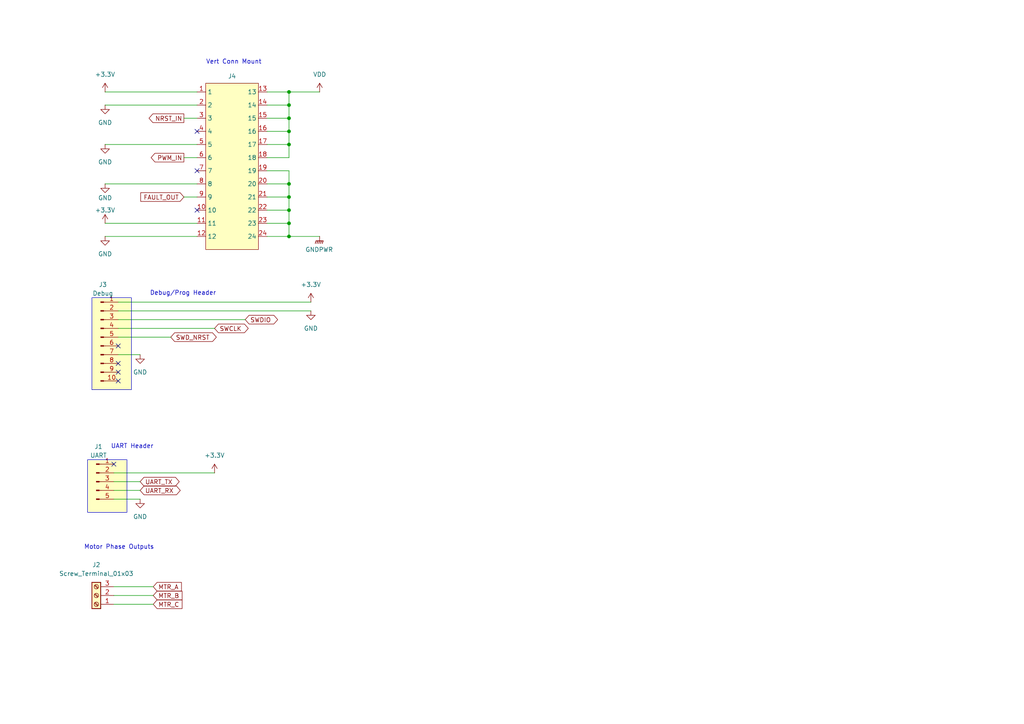
<source format=kicad_sch>
(kicad_sch (version 20250114) (generator "eeschema") (generator_version "9.0")
  (paper "A4")
  (lib_symbols
    (symbol "Connector:Conn_01x05_Pin" (pin_names (offset 1.016) (hide yes))
      (property "Reference" "J" (at 0 7.62 0))
      (property "Value" "Conn_01x05_Pin" (at 0 -7.62 0))
      (symbol "Conn_01x05_Pin_1_1"
        (rectangle (start 0.8636 5.207) (end 0 4.953) (stroke (width 0.1524)) (fill (type outline)))
        (rectangle (start 0.8636 2.667) (end 0 2.413) (stroke (width 0.1524)) (fill (type outline)))
        (rectangle (start 0.8636 0.127) (end 0 -0.127) (stroke (width 0.1524)) (fill (type outline)))
        (rectangle (start 0.8636 -2.413) (end 0 -2.667) (stroke (width 0.1524)) (fill (type outline)))
        (rectangle (start 0.8636 -4.953) (end 0 -5.207) (stroke (width 0.1524)) (fill (type outline)))
        (polyline (pts (xy 1.27 5.08) (xy 0.8636 5.08)) (stroke (width 0.1524)))
        (polyline (pts (xy 1.27 2.54) (xy 0.8636 2.54)) (stroke (width 0.1524)))
        (polyline (pts (xy 1.27 0) (xy 0.8636 0)) (stroke (width 0.1524)))
        (polyline (pts (xy 1.27 -2.54) (xy 0.8636 -2.54)) (stroke (width 0.1524)))
        (polyline (pts (xy 1.27 -5.08) (xy 0.8636 -5.08)) (stroke (width 0.1524)))
        (pin passive line (at 5.08 5.08 180) (length 3.81) (name "Pin_1") (number "1"))
        (pin passive line (at 5.08 2.54 180) (length 3.81) (name "Pin_2") (number "2"))
        (pin passive line (at 5.08 0 180) (length 3.81) (name "Pin_3") (number "3"))
        (pin passive line (at 5.08 -2.54 180) (length 3.81) (name "Pin_4") (number "4"))
        (pin passive line (at 5.08 -5.08 180) (length 3.81) (name "Pin_5") (number "5"))
      )
    )
    (symbol "Connector:Conn_01x10_Pin" (pin_names (offset 1.016) (hide yes))
      (property "Reference" "J" (at 0 12.7 0))
      (property "Value" "Conn_01x10_Pin" (at 0 -15.24 0))
      (symbol "Conn_01x10_Pin_1_1"
        (rectangle (start 0.8636 10.287) (end 0 10.033) (stroke (width 0.1524)) (fill (type outline)))
        (rectangle (start 0.8636 7.747) (end 0 7.493) (stroke (width 0.1524)) (fill (type outline)))
        (rectangle (start 0.8636 5.207) (end 0 4.953) (stroke (width 0.1524)) (fill (type outline)))
        (rectangle (start 0.8636 2.667) (end 0 2.413) (stroke (width 0.1524)) (fill (type outline)))
        (rectangle (start 0.8636 0.127) (end 0 -0.127) (stroke (width 0.1524)) (fill (type outline)))
        (rectangle (start 0.8636 -2.413) (end 0 -2.667) (stroke (width 0.1524)) (fill (type outline)))
        (rectangle (start 0.8636 -4.953) (end 0 -5.207) (stroke (width 0.1524)) (fill (type outline)))
        (rectangle (start 0.8636 -7.493) (end 0 -7.747) (stroke (width 0.1524)) (fill (type outline)))
        (rectangle (start 0.8636 -10.033) (end 0 -10.287) (stroke (width 0.1524)) (fill (type outline)))
        (rectangle (start 0.8636 -12.573) (end 0 -12.827) (stroke (width 0.1524)) (fill (type outline)))
        (polyline (pts (xy 1.27 10.16) (xy 0.8636 10.16)) (stroke (width 0.1524)))
        (polyline (pts (xy 1.27 7.62) (xy 0.8636 7.62)) (stroke (width 0.1524)))
        (polyline (pts (xy 1.27 5.08) (xy 0.8636 5.08)) (stroke (width 0.1524)))
        (polyline (pts (xy 1.27 2.54) (xy 0.8636 2.54)) (stroke (width 0.1524)))
        (polyline (pts (xy 1.27 0) (xy 0.8636 0)) (stroke (width 0.1524)))
        (polyline (pts (xy 1.27 -2.54) (xy 0.8636 -2.54)) (stroke (width 0.1524)))
        (polyline (pts (xy 1.27 -5.08) (xy 0.8636 -5.08)) (stroke (width 0.1524)))
        (polyline (pts (xy 1.27 -7.62) (xy 0.8636 -7.62)) (stroke (width 0.1524)))
        (polyline (pts (xy 1.27 -10.16) (xy 0.8636 -10.16)) (stroke (width 0.1524)))
        (polyline (pts (xy 1.27 -12.7) (xy 0.8636 -12.7)) (stroke (width 0.1524)))
        (pin passive line (at 5.08 10.16 180) (length 3.81) (name "Pin_1") (number "1"))
        (pin passive line (at 5.08 7.62 180) (length 3.81) (name "Pin_2") (number "2"))
        (pin passive line (at 5.08 5.08 180) (length 3.81) (name "Pin_3") (number "3"))
        (pin passive line (at 5.08 2.54 180) (length 3.81) (name "Pin_4") (number "4"))
        (pin passive line (at 5.08 0 180) (length 3.81) (name "Pin_5") (number "5"))
        (pin passive line (at 5.08 -2.54 180) (length 3.81) (name "Pin_6") (number "6"))
        (pin passive line (at 5.08 -5.08 180) (length 3.81) (name "Pin_7") (number "7"))
        (pin passive line (at 5.08 -7.62 180) (length 3.81) (name "Pin_8") (number "8"))
        (pin passive line (at 5.08 -10.16 180) (length 3.81) (name "Pin_9") (number "9"))
        (pin passive line (at 5.08 -12.7 180) (length 3.81) (name "Pin_10") (number "10"))
      )
    )
    (symbol "Connector:Screw_Terminal_01x03" (pin_names (offset 1.016) (hide yes))
      (property "Reference" "J" (at 0 5.08 0))
      (property "Value" "Screw_Terminal_01x03" (at 0 -5.08 0))
      (symbol "Screw_Terminal_01x03_1_1"
        (rectangle (start -1.27 3.81) (end 1.27 -3.81) (stroke (width 0.254)) (fill (type background)))
        (polyline (pts (xy -0.5334 2.8702) (xy 0.3302 2.032)) (stroke (width 0.1524)))
        (polyline (pts (xy -0.5334 0.3302) (xy 0.3302 -0.508)) (stroke (width 0.1524)))
        (polyline (pts (xy -0.5334 -2.2098) (xy 0.3302 -3.048)) (stroke (width 0.1524)))
        (polyline (pts (xy -0.3556 3.048) (xy 0.508 2.2098)) (stroke (width 0.1524)))
        (polyline (pts (xy -0.3556 0.508) (xy 0.508 -0.3302)) (stroke (width 0.1524)))
        (polyline (pts (xy -0.3556 -2.032) (xy 0.508 -2.8702)) (stroke (width 0.1524)))
        (circle (center 0 2.54) (radius 0.635) (stroke (width 0.1524)))
        (circle (center 0 0) (radius 0.635) (stroke (width 0.1524)))
        (circle (center 0 -2.54) (radius 0.635) (stroke (width 0.1524)))
        (pin passive line (at -5.08 2.54 0) (length 3.81) (name "Pin_1") (number "1"))
        (pin passive line (at -5.08 0 0) (length 3.81) (name "Pin_2") (number "2"))
        (pin passive line (at -5.08 -2.54 0) (length 3.81) (name "Pin_3") (number "3"))
      )
    )
    (symbol "Global:BrushlessESC"
      (property "Reference" "J" (at 0 0 0))
      (symbol "BrushlessESC_0_1"
        (rectangle (start -7.62 2.54) (end 7.62 -45.72) (fill (type color) (color 255 255 194 1)))
      )
      (symbol "BrushlessESC_1_1"
        (pin passive line (at -10.16 0 0) (length 2.54) (name "1") (number "1"))
        (pin passive line (at -10.16 -3.81 0) (length 2.54) (name "2") (number "2"))
        (pin passive line (at -10.16 -7.62 0) (length 2.54) (name "3") (number "3"))
        (pin passive line (at -10.16 -11.43 0) (length 2.54) (name "4") (number "4"))
        (pin passive line (at -10.16 -15.24 0) (length 2.54) (name "5") (number "5"))
        (pin passive line (at -10.16 -19.05 0) (length 2.54) (name "6") (number "6"))
        (pin passive line (at -10.16 -22.86 0) (length 2.54) (name "7") (number "7"))
        (pin passive line (at -10.16 -26.67 0) (length 2.54) (name "8") (number "8"))
        (pin passive line (at -10.16 -30.48 0) (length 2.54) (name "9") (number "9"))
        (pin passive line (at -10.16 -34.29 0) (length 2.54) (name "10") (number "10"))
        (pin passive line (at -10.16 -38.1 0) (length 2.54) (name "11") (number "11"))
        (pin passive line (at -10.16 -41.91 0) (length 2.54) (name "12") (number "12"))
        (pin passive line (at 10.16 0 180) (length 2.54) (name "13") (number "13"))
        (pin passive line (at 10.16 -3.81 180) (length 2.54) (name "14") (number "14"))
        (pin passive line (at 10.16 -7.62 180) (length 2.54) (name "15") (number "15"))
        (pin passive line (at 10.16 -11.43 180) (length 2.54) (name "16") (number "16"))
        (pin passive line (at 10.16 -15.24 180) (length 2.54) (name "17") (number "17"))
        (pin passive line (at 10.16 -19.05 180) (length 2.54) (name "18") (number "18"))
        (pin passive line (at 10.16 -22.86 180) (length 2.54) (name "19") (number "19"))
        (pin passive line (at 10.16 -26.67 180) (length 2.54) (name "20") (number "20"))
        (pin passive line (at 10.16 -30.48 180) (length 2.54) (name "21") (number "21"))
        (pin passive line (at 10.16 -34.29 180) (length 2.54) (name "22") (number "22"))
        (pin passive line (at 10.16 -38.1 180) (length 2.54) (name "23") (number "23"))
        (pin passive line (at 10.16 -41.91 180) (length 2.54) (name "24") (number "24"))
      )
    )
    (symbol "power:+3.3V" (power) (pin_numbers (hide yes)) (pin_names (offset 0) (hide yes))
      (property "Value" "+3.3V" (at 0 3.556 0))
      (symbol "+3.3V_0_1"
        (polyline (pts (xy -0.762 1.27) (xy 0 2.54)))
        (polyline (pts (xy 0 2.54) (xy 0.762 1.27)))
        (polyline (pts (xy 0 0) (xy 0 2.54)))
      )
      (symbol "+3.3V_1_1"
        (pin power_in line (at 0 0 90) (length 0) (name "~") (number "1"))
      )
    )
    (symbol "power:GND" (power) (pin_numbers (hide yes)) (pin_names (offset 0) (hide yes))
      (property "Value" "GND" (at 0 -3.81 0))
      (symbol "GND_0_1"
        (polyline (pts (xy 0 0) (xy 0 -1.27) (xy 1.27 -1.27) (xy 0 -2.54) (xy -1.27 -1.27) (xy 0 -1.27)))
      )
      (symbol "GND_1_1"
        (pin power_in line (at 0 0 270) (length 0) (name "~") (number "1"))
      )
    )
    (symbol "power:GNDPWR" (power) (pin_numbers (hide yes)) (pin_names (offset 0) (hide yes))
      (property "Value" "GNDPWR" (at 0 -3.302 0))
      (symbol "GNDPWR_0_1"
        (polyline (pts (xy -1.016 -1.27) (xy -1.27 -2.032) (xy -1.27 -2.032)) (stroke (width 0.2032)))
        (polyline (pts (xy -0.508 -1.27) (xy -0.762 -2.032) (xy -0.762 -2.032)) (stroke (width 0.2032)))
        (polyline (pts (xy 0 -1.27) (xy 0 0)))
        (polyline (pts (xy 0 -1.27) (xy -0.254 -2.032) (xy -0.254 -2.032)) (stroke (width 0.2032)))
        (polyline (pts (xy 0.508 -1.27) (xy 0.254 -2.032) (xy 0.254 -2.032)) (stroke (width 0.2032)))
        (polyline (pts (xy 1.016 -1.27) (xy -1.016 -1.27) (xy -1.016 -1.27)) (stroke (width 0.2032)))
        (polyline (pts (xy 1.016 -1.27) (xy 0.762 -2.032) (xy 0.762 -2.032) (xy 0.762 -2.032)) (stroke (width 0.2032)))
      )
      (symbol "GNDPWR_1_1"
        (pin power_in line (at 0 0 270) (length 0) (name "~") (number "1"))
      )
    )
    (symbol "power:VDD" (power) (pin_numbers (hide yes)) (pin_names (offset 0) (hide yes))
      (property "Value" "VDD" (at 0 3.556 0))
      (symbol "VDD_0_1"
        (polyline (pts (xy -0.762 1.27) (xy 0 2.54)))
        (polyline (pts (xy 0 2.54) (xy 0.762 1.27)))
        (polyline (pts (xy 0 0) (xy 0 2.54)))
      )
      (symbol "VDD_1_1"
        (pin power_in line (at 0 0 90) (length 0) (name "~") (number "1"))
      )
    )
  )
  (rectangle (start 25.4 133.35) (end 36.83 148.59) (fill (type color) (color 255 255 194 1)))
  (rectangle (start 26.67 86.36) (end 38.1 113.03) (fill (type color) (color 255 255 194 1)))
  (text "Motor Phase Outputs" (at 34.544 158.75 0) (effects (font (size 1.27 1.27))))
  (text "UART Header" (at 38.354 129.54 0) (effects (font (size 1.27 1.27))))
  (text "Debug/Prog Header" (at 53.086 85.09 0) (effects (font (size 1.27 1.27))))
  (text "Vert Conn Mount" (at 67.818 18.034 0) (effects (font (size 1.27 1.27))))
  (junction (at 83.82 64.77))
  (junction (at 83.82 38.1))
  (junction (at 83.82 34.29))
  (junction (at 83.82 53.34))
  (junction (at 83.82 41.91))
  (junction (at 83.82 68.58))
  (junction (at 83.82 30.48))
  (junction (at 83.82 60.96))
  (junction (at 83.82 26.67))
  (junction (at 83.82 57.15))
  (no_connect (at 34.29 107.95))
  (no_connect (at 33.02 134.62))
  (no_connect (at 57.15 49.53))
  (no_connect (at 34.29 100.33))
  (no_connect (at 34.29 105.41))
  (no_connect (at 34.29 110.49))
  (no_connect (at 57.15 38.1))
  (no_connect (at 57.15 60.96))
  (wire (pts (xy 34.29 102.87) (xy 40.64 102.87)))
  (wire (pts (xy 83.82 57.15) (xy 83.82 60.96)))
  (wire (pts (xy 30.48 53.34) (xy 57.15 53.34)))
  (wire (pts (xy 30.48 30.48) (xy 57.15 30.48)))
  (wire (pts (xy 33.02 175.26) (xy 44.45 175.26)))
  (wire (pts (xy 83.82 60.96) (xy 83.82 64.77)))
  (wire (pts (xy 77.47 34.29) (xy 83.82 34.29)))
  (wire (pts (xy 83.82 41.91) (xy 83.82 38.1)))
  (wire (pts (xy 83.82 68.58) (xy 92.71 68.58)))
  (wire (pts (xy 83.82 64.77) (xy 83.82 68.58)))
  (wire (pts (xy 77.47 57.15) (xy 83.82 57.15)))
  (wire (pts (xy 83.82 34.29) (xy 83.82 30.48)))
  (wire (pts (xy 33.02 139.7) (xy 40.64 139.7)))
  (wire (pts (xy 77.47 60.96) (xy 83.82 60.96)))
  (wire (pts (xy 83.82 49.53) (xy 83.82 53.34)))
  (wire (pts (xy 34.29 97.79) (xy 49.53 97.79)))
  (wire (pts (xy 33.02 137.16) (xy 62.23 137.16)))
  (wire (pts (xy 53.34 34.29) (xy 57.15 34.29)))
  (wire (pts (xy 33.02 172.72) (xy 44.45 172.72)))
  (wire (pts (xy 30.48 41.91) (xy 57.15 41.91)))
  (wire (pts (xy 34.29 87.63) (xy 90.17 87.63)))
  (wire (pts (xy 83.82 53.34) (xy 83.82 57.15)))
  (wire (pts (xy 77.47 68.58) (xy 83.82 68.58)))
  (wire (pts (xy 34.29 90.17) (xy 90.17 90.17)))
  (wire (pts (xy 77.47 64.77) (xy 83.82 64.77)))
  (wire (pts (xy 53.34 45.72) (xy 57.15 45.72)))
  (wire (pts (xy 30.48 26.67) (xy 57.15 26.67)))
  (wire (pts (xy 77.47 38.1) (xy 83.82 38.1)))
  (wire (pts (xy 77.47 49.53) (xy 83.82 49.53)))
  (wire (pts (xy 77.47 45.72) (xy 83.82 45.72)))
  (wire (pts (xy 30.48 64.77) (xy 57.15 64.77)))
  (wire (pts (xy 33.02 170.18) (xy 44.45 170.18)))
  (wire (pts (xy 33.02 142.24) (xy 40.64 142.24)))
  (wire (pts (xy 77.47 30.48) (xy 83.82 30.48)))
  (wire (pts (xy 33.02 144.78) (xy 40.64 144.78)))
  (wire (pts (xy 34.29 95.25) (xy 62.23 95.25)))
  (wire (pts (xy 77.47 53.34) (xy 83.82 53.34)))
  (wire (pts (xy 53.34 57.15) (xy 57.15 57.15)))
  (wire (pts (xy 83.82 30.48) (xy 83.82 26.67)))
  (wire (pts (xy 83.82 26.67) (xy 92.71 26.67)))
  (wire (pts (xy 77.47 41.91) (xy 83.82 41.91)))
  (wire (pts (xy 34.29 92.71) (xy 71.12 92.71)))
  (wire (pts (xy 83.82 45.72) (xy 83.82 41.91)))
  (wire (pts (xy 30.48 68.58) (xy 57.15 68.58)))
  (wire (pts (xy 77.47 26.67) (xy 83.82 26.67)))
  (wire (pts (xy 83.82 38.1) (xy 83.82 34.29)))
  (global_label "UART_RX" (shape bidirectional) (at 40.64 142.24 0) (property "Intersheetrefs" "${INTERSHEET_REFS}" (at 52.8403 142.24 0) (effects (justify left))))
  (global_label "PWM_IN" (shape output) (at 53.34 45.72 180) (property "Intersheetrefs" "${INTERSHEET_REFS}" (at 43.2791 45.72 0) (effects (justify right))))
  (global_label "FAULT_OUT" (shape input) (at 53.34 57.15 180) (property "Intersheetrefs" "${INTERSHEET_REFS}" (at 40.2552 57.15 0) (effects (justify right))))
  (global_label "MTR_B" (shape input) (at 44.45 172.72 0) (property "Intersheetrefs" "${INTERSHEET_REFS}" (at 53.3618 172.72 0) (effects (justify left))))
  (global_label "UART_TX" (shape bidirectional) (at 40.64 139.7 0) (property "Intersheetrefs" "${INTERSHEET_REFS}" (at 52.5379 139.7 0) (effects (justify left))))
  (global_label "MTR_C" (shape input) (at 44.45 175.26 0) (property "Intersheetrefs" "${INTERSHEET_REFS}" (at 53.3618 175.26 0) (effects (justify left))))
  (global_label "NRST_IN" (shape output) (at 53.34 34.29 180) (property "Intersheetrefs" "${INTERSHEET_REFS}" (at 42.6743 34.29 0) (effects (justify right))))
  (global_label "SWDIO" (shape bidirectional) (at 71.12 92.71 0) (property "Intersheetrefs" "${INTERSHEET_REFS}" (at 81.0827 92.71 0) (effects (justify left))))
  (global_label "SWD_NRST" (shape bidirectional) (at 49.53 97.79 0) (property "Intersheetrefs" "${INTERSHEET_REFS}" (at 63.3026 97.79 0) (effects (justify left))))
  (global_label "MTR_A" (shape input) (at 44.45 170.18 0) (property "Intersheetrefs" "${INTERSHEET_REFS}" (at 53.1804 170.18 0) (effects (justify left))))
  (global_label "SWCLK" (shape bidirectional) (at 62.23 95.25 0) (property "Intersheetrefs" "${INTERSHEET_REFS}" (at 72.5555 95.25 0) (effects (justify left))))
  (symbol (lib_id "power:GND") (at 40.64 144.78 0) (unit 1)
    (property "Reference" "#PWR08" (effects (hide yes)))
    (property "Value" "GND" (at 40.64 149.86 0))
    (property "Description" "Power symbol creates a global label with name \"GND\" , ground" (effects (hide yes)))
  )
  (symbol (lib_id "power:GND") (at 30.48 30.48 0) (unit 1)
    (property "Reference" "#PWR02" (effects (hide yes)))
    (property "Value" "GND" (at 30.48 35.56 0))
    (property "Description" "Power symbol creates a global label with name \"GND\" , ground" (effects (hide yes)))
  )
  (symbol (lib_id "power:+3.3V") (at 62.23 137.16 0) (unit 1)
    (property "Reference" "#PWR09" (effects (hide yes)))
    (property "Value" "+3.3V" (at 62.23 132.08 0))
    (property "Description" "Power symbol creates a global label with name \"+3.3V\"" (effects (hide yes)))
  )
  (symbol (lib_id "Connector:Conn_01x05_Pin") (at 27.94 139.7 0) (unit 1)
    (property "Reference" "J1" (at 28.575 129.54 0))
    (property "Value" "UART" (at 28.575 132.08 0))
    (property "Footprint" "Connector_PinHeader_2.54mm:PinHeader_1x05_P2.54mm_Vertical" (effects (hide yes)))
    (property "Description" "Generic connector, single row, 01x05, script generated" (effects (hide yes)))
  )
  (symbol (lib_id "Connector:Screw_Terminal_01x03") (at 27.94 172.72 180) (unit 1)
    (property "Reference" "J2" (at 27.94 163.83 0))
    (property "Value" "Screw_Terminal_01x03" (at 27.94 166.37 0))
    (property "Footprint" "Library:CUI_TB005_-762-03BE" (effects (hide yes)))
    (property "Description" "Generic screw terminal, single row, 01x03, script generated (kicad-library-utils/schlib/autogen/connector/)" (effects (hide yes)))
  )
  (symbol (lib_id "Connector:Conn_01x10_Pin") (at 29.21 97.79 0) (unit 1)
    (property "Reference" "J3" (at 29.845 82.55 0))
    (property "Value" "Debug" (at 29.845 85.09 0))
    (property "Footprint" "Connector_PinHeader_2.54mm:PinHeader_2x05_P2.54mm_Vertical" (effects (hide yes)))
    (property "Description" "Generic connector, single row, 01x10, script generated" (effects (hide yes)))
  )
  (symbol (lib_id "Global:BrushlessESC") (at 67.31 26.67 0) (unit 1)
    (property "Reference" "J4" (at 67.31 22.098 0))
    (property "Footprint" "Library:BrushlessESC" (effects (hide yes)))
  )
  (symbol (lib_id "power:GND") (at 30.48 53.34 0) (unit 1)
    (property "Reference" "#PWR04" (effects (hide yes)))
    (property "Value" "GND" (at 30.48 57.404 0))
    (property "Description" "Power symbol creates a global label with name \"GND\" , ground" (effects (hide yes)))
  )
  (symbol (lib_id "power:+3.3V") (at 30.48 26.67 0) (unit 1)
    (property "Reference" "#PWR01" (effects (hide yes)))
    (property "Value" "+3.3V" (at 30.48 21.59 0))
    (property "Description" "Power symbol creates a global label with name \"+3.3V\"" (effects (hide yes)))
  )
  (symbol (lib_id "power:+3.3V") (at 90.17 87.63 0) (unit 1)
    (property "Reference" "#PWR010" (effects (hide yes)))
    (property "Value" "+3.3V" (at 90.17 82.55 0))
    (property "Description" "Power symbol creates a global label with name \"+3.3V\"" (effects (hide yes)))
  )
  (symbol (lib_id "power:+3.3V") (at 30.48 64.77 0) (unit 1)
    (property "Reference" "#PWR05" (effects (hide yes)))
    (property "Value" "+3.3V" (at 30.48 60.96 0))
    (property "Description" "Power symbol creates a global label with name \"+3.3V\"" (effects (hide yes)))
  )
  (symbol (lib_id "power:GND") (at 40.64 102.87 0) (unit 1)
    (property "Reference" "#PWR07" (effects (hide yes)))
    (property "Value" "GND" (at 40.64 107.95 0))
    (property "Description" "Power symbol creates a global label with name \"GND\" , ground" (effects (hide yes)))
  )
  (symbol (lib_id "power:GND") (at 30.48 41.91 0) (unit 1)
    (property "Reference" "#PWR03" (effects (hide yes)))
    (property "Value" "GND" (at 30.48 46.99 0))
    (property "Description" "Power symbol creates a global label with name \"GND\" , ground" (effects (hide yes)))
  )
  (symbol (lib_id "power:GNDPWR") (at 92.71 68.58 0) (unit 1)
    (property "Reference" "#PWR013" (effects (hide yes)))
    (property "Value" "GNDPWR" (at 92.583 72.39 0))
    (property "Description" "Power symbol creates a global label with name \"GNDPWR\" , global ground" (effects (hide yes)))
  )
  (symbol (lib_id "power:GND") (at 90.17 90.17 0) (unit 1)
    (property "Reference" "#PWR011" (effects (hide yes)))
    (property "Value" "GND" (at 90.17 95.25 0))
    (property "Description" "Power symbol creates a global label with name \"GND\" , ground" (effects (hide yes)))
  )
  (symbol (lib_id "power:GND") (at 30.48 68.58 0) (unit 1)
    (property "Reference" "#PWR06" (effects (hide yes)))
    (property "Value" "GND" (at 30.48 73.66 0))
    (property "Description" "Power symbol creates a global label with name \"GND\" , ground" (effects (hide yes)))
  )
  (symbol (lib_id "power:VDD") (at 92.71 26.67 0) (unit 1)
    (property "Reference" "#PWR012" (effects (hide yes)))
    (property "Value" "VDD" (at 92.71 21.59 0))
    (property "Description" "Power symbol creates a global label with name \"VDD\"" (effects (hide yes)))
  )
)
</source>
